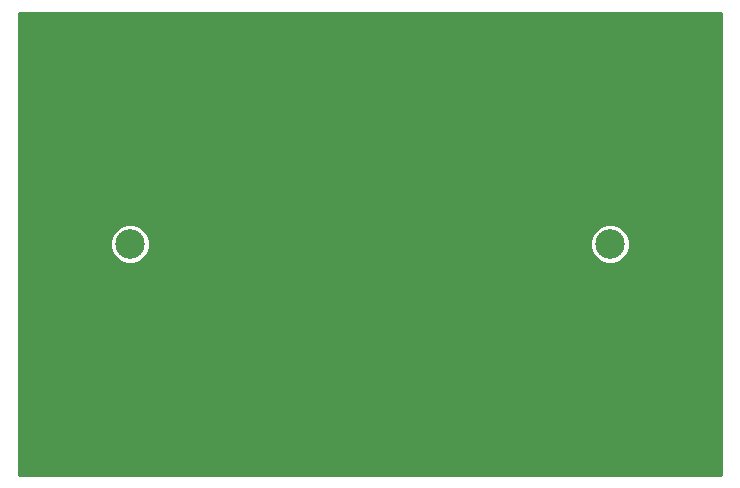
<source format=gbr>
G04 #@! TF.FileFunction,Copper,L1,Top,Signal*
%FSLAX46Y46*%
G04 Gerber Fmt 4.6, Leading zero omitted, Abs format (unit mm)*
G04 Created by KiCad (PCBNEW (2016-09-17 revision 679eef1)-makepkg) date 01/31/17 07:19:42*
%MOMM*%
%LPD*%
G01*
G04 APERTURE LIST*
%ADD10C,0.150000*%
%ADD11C,2.700000*%
%ADD12C,2.500000*%
%ADD13C,6.000000*%
%ADD14C,0.800000*%
%ADD15C,0.400000*%
%ADD16C,0.254000*%
G04 APERTURE END LIST*
D10*
D11*
X12700000Y22860000D03*
X7620000Y22860000D03*
X7620000Y17780000D03*
X12700000Y17780000D03*
D12*
X10160000Y20320000D03*
X50800000Y20320000D03*
D11*
X53340000Y17780000D03*
X48260000Y17780000D03*
X48260000Y22860000D03*
X53340000Y22860000D03*
D13*
X55880000Y5080000D03*
X5080000Y5080000D03*
X55880000Y35560000D03*
X5080000Y35560000D03*
D14*
X14986000Y17526000D03*
X14986000Y16256000D03*
X13716000Y15748000D03*
X12446000Y15748000D03*
X11176000Y15748000D03*
X9906000Y15748000D03*
X8636000Y15748000D03*
X7366000Y15748000D03*
X6096000Y15748000D03*
X5588000Y16764000D03*
X5588000Y18034000D03*
X5588000Y19304000D03*
X5588000Y20574000D03*
X5588000Y21843994D03*
X5588000Y23114000D03*
X5588000Y24384000D03*
X7112000Y24892000D03*
X8382000Y24892000D03*
X9652000Y24892000D03*
X10922000Y24892000D03*
X12192000Y24892000D03*
X13462000Y24892000D03*
X55372000Y24638000D03*
X55626000Y23622000D03*
X55626000Y22352000D03*
X55626000Y21082000D03*
X55626000Y19812000D03*
X55626000Y18542000D03*
X55626000Y17272000D03*
X55626000Y16002000D03*
X54864000Y15240000D03*
X53594000Y15240000D03*
X52324000Y15240000D03*
X51054000Y15240000D03*
X49784000Y15240000D03*
X48514000Y15240000D03*
X47244000Y15240000D03*
X46228000Y16002000D03*
X46228000Y17272000D03*
X54356000Y25146000D03*
X53086000Y25146000D03*
X51816000Y25146000D03*
X50546000Y25146000D03*
X49276000Y25146000D03*
X48006000Y25146000D03*
X32258000Y33020000D03*
X30988000Y33020000D03*
X27432000Y33020000D03*
X41910000Y27686000D03*
X41148000Y28194000D03*
X40132000Y28194000D03*
X38862000Y28194000D03*
X37592000Y28194000D03*
X36322000Y27178000D03*
X36322000Y28194000D03*
X35306000Y26924000D03*
X34036004Y26924000D03*
X32766000Y26924000D03*
X32258000Y27940000D03*
X31242000Y27940000D03*
X29972000Y27432000D03*
X28702000Y27432000D03*
X27432000Y27432000D03*
X27178000Y28448000D03*
X25908000Y28448000D03*
X24638000Y28448000D03*
X23368000Y28448000D03*
X22098000Y28448000D03*
X20828000Y28448000D03*
X20066000Y27686000D03*
X46482000Y27432000D03*
X46482000Y28448000D03*
X46482000Y29718000D03*
X46482000Y30988000D03*
X44958000Y30988000D03*
X43688000Y30988000D03*
X42418000Y30988000D03*
X41656000Y31750000D03*
X41656000Y32766000D03*
X40386000Y32766000D03*
X39116000Y32766000D03*
X37846000Y32766000D03*
X36576000Y33020000D03*
X36576000Y34290000D03*
X14732000Y27432000D03*
X14732000Y28448000D03*
X14732000Y29718000D03*
X14732000Y30988000D03*
X16256000Y30988000D03*
X17526000Y30988000D03*
X18796000Y30988000D03*
X20066000Y31750000D03*
X20066000Y33020000D03*
X21336000Y33020000D03*
X22606000Y33020000D03*
X23876000Y33020000D03*
X25146000Y33020000D03*
X27432008Y31750000D03*
X32258000Y31750000D03*
X30988000Y31750000D03*
X25908000Y31750000D03*
X46736000Y24384000D03*
X46736000Y25400000D03*
X46228000Y26416000D03*
X44958000Y26670000D03*
X43434000Y26670000D03*
X42164000Y26670000D03*
X40894000Y26416000D03*
X40894000Y24892000D03*
X40894000Y23368000D03*
X42926000Y22098000D03*
X41656000Y22098000D03*
X40386000Y22098000D03*
X39116000Y21590000D03*
X37846000Y21590000D03*
X36830000Y21844000D03*
X36830000Y23114000D03*
X36068000Y23876000D03*
X34798000Y23876000D03*
X33528000Y23876000D03*
X32512000Y23876000D03*
X32258000Y22606000D03*
X31750000Y21590000D03*
X30480000Y21590000D03*
X29209994Y22860000D03*
X29210000Y21590000D03*
X28956000Y24130000D03*
X27686000Y24130000D03*
X26416000Y24130000D03*
X25146000Y24130000D03*
X24384000Y23368000D03*
X24384000Y22098000D03*
X22860000Y22098000D03*
X21590000Y22098000D03*
X20320000Y22098000D03*
X20320000Y23368000D03*
X20320000Y24638000D03*
X20320000Y25908000D03*
X19558000Y26670000D03*
X18288000Y26670000D03*
X17018000Y26670000D03*
X15748000Y26670000D03*
X14732000Y26162000D03*
X14732000Y24892000D03*
X14732000Y23622000D03*
X46228000Y18542000D03*
X44958000Y18542000D03*
X43688000Y18542000D03*
X42418000Y18542000D03*
X41148000Y18542000D03*
X41148000Y17526000D03*
X40132000Y16764000D03*
X38862000Y16764000D03*
X37592000Y16764000D03*
X36322000Y16764000D03*
X35814000Y17780000D03*
X35814000Y18796000D03*
X34798000Y18796000D03*
X33528000Y18796000D03*
X33528000Y17780000D03*
X32766000Y17018000D03*
X31750000Y17018000D03*
X30480000Y17018000D03*
X29464000Y17018000D03*
X28448000Y17272000D03*
X28194000Y18288000D03*
X26924000Y18288000D03*
X25654000Y18288000D03*
X25400000Y17018000D03*
X24130000Y17018000D03*
X22860000Y17018000D03*
X20320000Y17272000D03*
X21590000Y17018000D03*
X20066000Y18542000D03*
X18796000Y18542000D03*
X17526000Y18542000D03*
X16256000Y18542000D03*
X14986000Y18542000D03*
D15*
X14986000Y16256000D02*
X14986000Y17526000D01*
X12446000Y15748000D02*
X13716000Y15748000D01*
X9906000Y15748000D02*
X11176000Y15748000D01*
X7366000Y15748000D02*
X8636000Y15748000D01*
X5588000Y16764000D02*
X5588000Y16256000D01*
X5588000Y16256000D02*
X6096000Y15748000D01*
X5588000Y19304000D02*
X5588000Y18034000D01*
X5588000Y21843994D02*
X5588000Y20574000D01*
X5588000Y24384000D02*
X5588000Y23114000D01*
X8382000Y24892000D02*
X7112000Y24892000D01*
X10922000Y24892000D02*
X9652000Y24892000D01*
X13462000Y24892000D02*
X12192000Y24892000D01*
X55626000Y23622000D02*
X55626000Y24384000D01*
X55626000Y24384000D02*
X55372000Y24638000D01*
X55626000Y21082000D02*
X55626000Y22352000D01*
X55626000Y18542000D02*
X55626000Y19812000D01*
X55626000Y16002000D02*
X55626000Y17272000D01*
X53594000Y15240000D02*
X54864000Y15240000D01*
X51054000Y15240000D02*
X52324000Y15240000D01*
X48514000Y15240000D02*
X49784000Y15240000D01*
X46228000Y16002000D02*
X46482000Y16002000D01*
X46482000Y16002000D02*
X47244000Y15240000D01*
X46228000Y18542000D02*
X46228000Y17272000D01*
X51816000Y25146000D02*
X53086000Y25146000D01*
X49276000Y25146000D02*
X50546000Y25146000D01*
X46736000Y25400000D02*
X47752000Y25400000D01*
X47752000Y25400000D02*
X48006000Y25146000D01*
X30988000Y31750000D02*
X30988000Y33020000D01*
X41148000Y28194000D02*
X41402000Y28194000D01*
X41402000Y28194000D02*
X41910000Y27686000D01*
X38862000Y28194000D02*
X40132000Y28194000D01*
X36322000Y28194000D02*
X37592000Y28194000D01*
X35306000Y26924000D02*
X36068000Y26924000D01*
X36068000Y26924000D02*
X36322000Y27178000D01*
X36068000Y27178000D02*
X36322000Y27178000D01*
X35814000Y26924000D02*
X36068000Y27178000D01*
X32766000Y26924000D02*
X34036004Y26924000D01*
X31242000Y27940000D02*
X32258000Y27940000D01*
X28702000Y27432000D02*
X29972000Y27432000D01*
X27178000Y28448000D02*
X27178000Y27686000D01*
X27178000Y27686000D02*
X27432000Y27432000D01*
X24638000Y28448000D02*
X25908000Y28448000D01*
X22098000Y28448000D02*
X23368000Y28448000D01*
X20066000Y27686000D02*
X20828000Y28448000D01*
X46482000Y28448000D02*
X46482000Y27432000D01*
X46482000Y30988000D02*
X46482000Y29718000D01*
X43688000Y30988000D02*
X44958000Y30988000D01*
X41656000Y31750000D02*
X42418000Y30988000D01*
X40386000Y32766000D02*
X41656000Y32766000D01*
X37846000Y32766000D02*
X39116000Y32766000D01*
X36576000Y34290000D02*
X36576000Y33020000D01*
X14732000Y29718000D02*
X14732000Y28448000D01*
X16256000Y30988000D02*
X14732000Y30988000D01*
X18796000Y30988000D02*
X17526000Y30988000D01*
X20066000Y33020000D02*
X20066000Y31750000D01*
X22606000Y33020000D02*
X21336000Y33020000D01*
X25146000Y33020000D02*
X23876000Y33020000D01*
X25908000Y31750000D02*
X27432008Y31750000D01*
X30988000Y31750000D02*
X32258000Y31750000D01*
X46228000Y26416000D02*
X46228000Y25908000D01*
X46228000Y25908000D02*
X46736000Y25400000D01*
X43434000Y26670000D02*
X44958000Y26670000D01*
X40894000Y26416000D02*
X41910000Y26416000D01*
X41910000Y26416000D02*
X42164000Y26670000D01*
X40894000Y23368000D02*
X40894000Y24892000D01*
X41656000Y22098000D02*
X42926000Y22098000D01*
X39116000Y21590000D02*
X39878000Y21590000D01*
X39878000Y21590000D02*
X40386000Y22098000D01*
X36830000Y21844000D02*
X37592000Y21844000D01*
X37592000Y21844000D02*
X37846000Y21590000D01*
X36068000Y23876000D02*
X36830000Y23114000D01*
X33528000Y23876000D02*
X34798000Y23876000D01*
X32258000Y22606000D02*
X32258000Y23622000D01*
X32258000Y23622000D02*
X32512000Y23876000D01*
X30480000Y21590000D02*
X31750000Y21590000D01*
X29210000Y22859994D02*
X29209994Y22860000D01*
X29210000Y21590000D02*
X29210000Y22859994D01*
X27686000Y24130000D02*
X28956000Y24130000D01*
X25146000Y24130000D02*
X26416000Y24130000D01*
X24384000Y22098000D02*
X24384000Y23368000D01*
X21590000Y22098000D02*
X22860000Y22098000D01*
X20320000Y23368000D02*
X20320000Y22098000D01*
X20320000Y25908000D02*
X20320000Y24638000D01*
X18288000Y26670000D02*
X19558000Y26670000D01*
X15748000Y26670000D02*
X17018000Y26670000D01*
X14732000Y24892000D02*
X14732000Y26162000D01*
X12700000Y22860000D02*
X13970000Y22860000D01*
X13970000Y22860000D02*
X14732000Y23622000D01*
X43688000Y18542000D02*
X44958000Y18542000D01*
X41148000Y18542000D02*
X42418000Y18542000D01*
X40132000Y16764000D02*
X40386000Y16764000D01*
X40386000Y16764000D02*
X41148000Y17526000D01*
X37592000Y16764000D02*
X38862000Y16764000D01*
X35814000Y17780000D02*
X35814000Y17272000D01*
X35814000Y17272000D02*
X36322000Y16764000D01*
X34798000Y18796000D02*
X35814000Y18796000D01*
X33528000Y17780000D02*
X33528000Y18796000D01*
X31750000Y17018000D02*
X32766000Y17018000D01*
X29464000Y17018000D02*
X30480000Y17018000D01*
X28194000Y18288000D02*
X28194000Y17526000D01*
X28194000Y17526000D02*
X28448000Y17272000D01*
X25654000Y18288000D02*
X26924000Y18288000D01*
X24130000Y17018000D02*
X25400000Y17018000D01*
X21590000Y17018000D02*
X22860000Y17018000D01*
X20066000Y17526000D02*
X20320000Y17272000D01*
X20066000Y18542000D02*
X20066000Y17526000D01*
X17526000Y18542000D02*
X18796000Y18542000D01*
X14986000Y18542000D02*
X16256000Y18542000D01*
D16*
G36*
X60204000Y756000D02*
X756000Y756000D01*
X756000Y19987888D01*
X8482710Y19987888D01*
X8737480Y19371297D01*
X9208816Y18899138D01*
X9824961Y18643292D01*
X10492112Y18642710D01*
X11108703Y18897480D01*
X11580862Y19368816D01*
X11836708Y19984961D01*
X11836710Y19987888D01*
X49122710Y19987888D01*
X49377480Y19371297D01*
X49848816Y18899138D01*
X50464961Y18643292D01*
X51132112Y18642710D01*
X51748703Y18897480D01*
X52220862Y19368816D01*
X52476708Y19984961D01*
X52477290Y20652112D01*
X52222520Y21268703D01*
X51751184Y21740862D01*
X51135039Y21996708D01*
X50467888Y21997290D01*
X49851297Y21742520D01*
X49379138Y21271184D01*
X49123292Y20655039D01*
X49122710Y19987888D01*
X11836710Y19987888D01*
X11837290Y20652112D01*
X11582520Y21268703D01*
X11111184Y21740862D01*
X10495039Y21996708D01*
X9827888Y21997290D01*
X9211297Y21742520D01*
X8739138Y21271184D01*
X8483292Y20655039D01*
X8482710Y19987888D01*
X756000Y19987888D01*
X756000Y39884000D01*
X60204000Y39884000D01*
X60204000Y756000D01*
X60204000Y756000D01*
G37*
X60204000Y756000D02*
X756000Y756000D01*
X756000Y19987888D01*
X8482710Y19987888D01*
X8737480Y19371297D01*
X9208816Y18899138D01*
X9824961Y18643292D01*
X10492112Y18642710D01*
X11108703Y18897480D01*
X11580862Y19368816D01*
X11836708Y19984961D01*
X11836710Y19987888D01*
X49122710Y19987888D01*
X49377480Y19371297D01*
X49848816Y18899138D01*
X50464961Y18643292D01*
X51132112Y18642710D01*
X51748703Y18897480D01*
X52220862Y19368816D01*
X52476708Y19984961D01*
X52477290Y20652112D01*
X52222520Y21268703D01*
X51751184Y21740862D01*
X51135039Y21996708D01*
X50467888Y21997290D01*
X49851297Y21742520D01*
X49379138Y21271184D01*
X49123292Y20655039D01*
X49122710Y19987888D01*
X11836710Y19987888D01*
X11837290Y20652112D01*
X11582520Y21268703D01*
X11111184Y21740862D01*
X10495039Y21996708D01*
X9827888Y21997290D01*
X9211297Y21742520D01*
X8739138Y21271184D01*
X8483292Y20655039D01*
X8482710Y19987888D01*
X756000Y19987888D01*
X756000Y39884000D01*
X60204000Y39884000D01*
X60204000Y756000D01*
M02*

</source>
